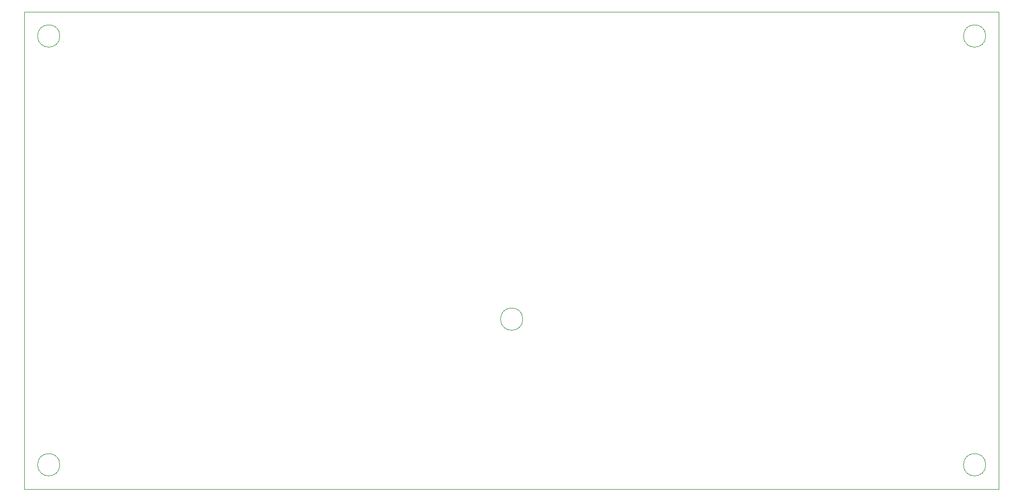
<source format=gm1>
G04 #@! TF.GenerationSoftware,KiCad,Pcbnew,(5.1.2-1)-1*
G04 #@! TF.CreationDate,2019-07-28T19:22:19-07:00*
G04 #@! TF.ProjectId,clock,636c6f63-6b2e-46b6-9963-61645f706362,v01*
G04 #@! TF.SameCoordinates,Original*
G04 #@! TF.FileFunction,Profile,NP*
%FSLAX46Y46*%
G04 Gerber Fmt 4.6, Leading zero omitted, Abs format (unit mm)*
G04 Created by KiCad (PCBNEW (5.1.2-1)-1) date 2019-07-28 19:22:19*
%MOMM*%
%LPD*%
G04 APERTURE LIST*
%ADD10C,0.050000*%
%ADD11C,0.025400*%
G04 APERTURE END LIST*
D10*
X129766000Y-60960000D02*
G75*
G03X129766000Y-60960000I-1750000J0D01*
G01*
X202410000Y-105410000D02*
G75*
G03X202410000Y-105410000I-1750000J0D01*
G01*
X275054000Y-128270000D02*
G75*
G03X275054000Y-128270000I-1750000J0D01*
G01*
X275054000Y-60960000D02*
G75*
G03X275054000Y-60960000I-1750000J0D01*
G01*
X129766000Y-128270000D02*
G75*
G03X129766000Y-128270000I-1750000J0D01*
G01*
D11*
X277114000Y-132080000D02*
X124206000Y-132080000D01*
X277114000Y-57150000D02*
X277114000Y-132080000D01*
X124206000Y-57150000D02*
X277114000Y-57150000D01*
X124206000Y-132080000D02*
X124206000Y-57150000D01*
M02*

</source>
